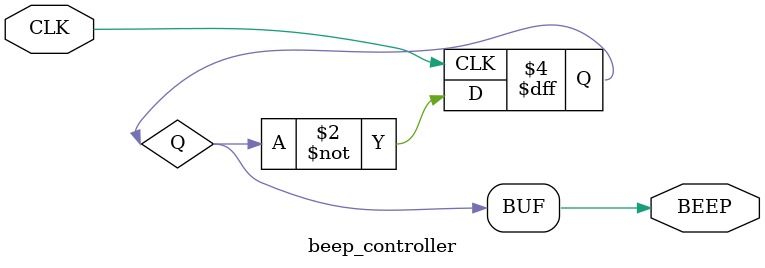
<source format=v>
module beep_controller(CLK, BEEP);
	input CLK;
	output BEEP;
	reg Q=0;
	
	always @(posedge CLK)
	begin
		Q=~Q;
	end
	assign BEEP=Q;
	
endmodule 

</source>
